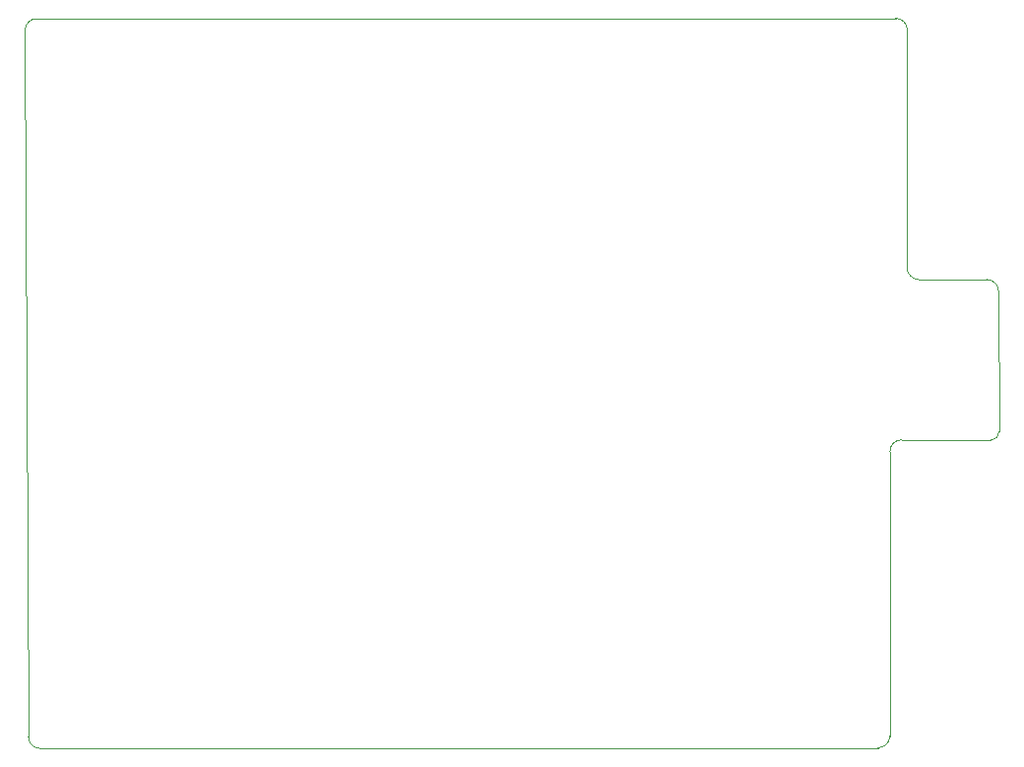
<source format=gbr>
%TF.GenerationSoftware,KiCad,Pcbnew,7.0.8*%
%TF.CreationDate,2024-06-04T12:59:23+12:00*%
%TF.ProjectId,FYP_P2_1,4659505f-5032-45f3-912e-6b696361645f,rev?*%
%TF.SameCoordinates,Original*%
%TF.FileFunction,Profile,NP*%
%FSLAX46Y46*%
G04 Gerber Fmt 4.6, Leading zero omitted, Abs format (unit mm)*
G04 Created by KiCad (PCBNEW 7.0.8) date 2024-06-04 12:59:23*
%MOMM*%
%LPD*%
G01*
G04 APERTURE LIST*
%TA.AperFunction,Profile*%
%ADD10C,0.100000*%
%TD*%
G04 APERTURE END LIST*
D10*
X195158233Y-75250000D02*
X201026127Y-75264214D01*
X118608048Y-114566787D02*
X118308049Y-53832000D01*
X192672446Y-114529341D02*
X192683234Y-90043554D01*
X194158300Y-74250000D02*
G75*
G03*
X195158233Y-75250000I1000000J0D01*
G01*
X118607998Y-114566785D02*
G75*
G03*
X119558049Y-115556811I950002J-39215D01*
G01*
X191672446Y-115529341D02*
X119558049Y-115556811D01*
X191672446Y-115529246D02*
G75*
G03*
X192672446Y-114529341I54J999946D01*
G01*
X193683233Y-89043534D02*
G75*
G03*
X192683234Y-90043554I-133J-999866D01*
G01*
X119308049Y-52831949D02*
G75*
G03*
X118308049Y-53832000I51J-1000051D01*
G01*
X194172447Y-53794553D02*
G75*
G03*
X193172447Y-52794553I-999947J53D01*
G01*
X194172447Y-53794553D02*
X194158233Y-74250000D01*
X202026127Y-76264214D02*
X202084390Y-88320251D01*
X201319021Y-89085590D02*
G75*
G03*
X202084390Y-88320251I-21J765390D01*
G01*
X119308049Y-52832000D02*
X193172447Y-52794553D01*
X202026187Y-76264214D02*
G75*
G03*
X201026127Y-75264213I-1000087J-86D01*
G01*
X201319021Y-89085617D02*
X193683234Y-89043554D01*
M02*

</source>
